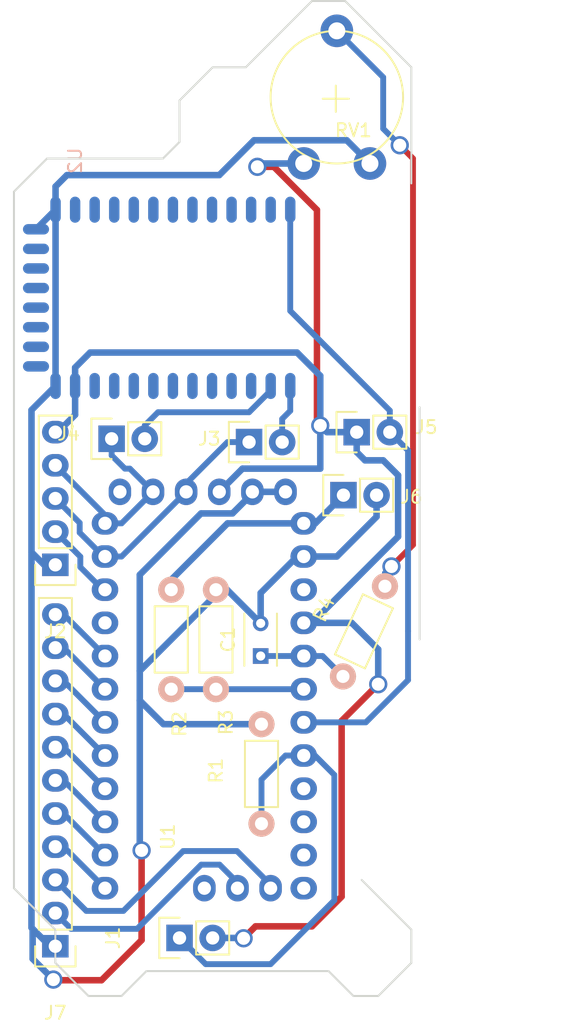
<source format=kicad_pcb>
(kicad_pcb (version 4) (host pcbnew 4.0.5)

  (general
    (links 47)
    (no_connects 0)
    (area 142.799999 83.236999 174.065001 159.587001)
    (thickness 1.6)
    (drawings 47)
    (tracks 181)
    (zones 0)
    (modules 15)
    (nets 24)
  )

  (page A4)
  (layers
    (0 F.Cu signal)
    (31 B.Cu signal)
    (32 B.Adhes user)
    (33 F.Adhes user)
    (34 B.Paste user)
    (35 F.Paste user)
    (36 B.SilkS user)
    (37 F.SilkS user)
    (38 B.Mask user)
    (39 F.Mask user)
    (40 Dwgs.User user hide)
    (41 Cmts.User user)
    (42 Eco1.User user)
    (43 Eco2.User user hide)
    (44 Edge.Cuts user)
    (45 Margin user)
    (46 B.CrtYd user)
    (47 F.CrtYd user)
    (48 B.Fab user)
    (49 F.Fab user)
  )

  (setup
    (last_trace_width 0.45)
    (trace_clearance 0.2)
    (zone_clearance 0.5)
    (zone_45_only no)
    (trace_min 0.2)
    (segment_width 0.2)
    (edge_width 0.15)
    (via_size 1.4)
    (via_drill 1)
    (via_min_size 0.4)
    (via_min_drill 0.3)
    (uvia_size 1.2)
    (uvia_drill 1)
    (uvias_allowed no)
    (uvia_min_size 0.8)
    (uvia_min_drill 0.1)
    (pcb_text_width 0.3)
    (pcb_text_size 1.5 1.5)
    (mod_edge_width 0.15)
    (mod_text_size 1 1)
    (mod_text_width 0.15)
    (pad_size 4.064 4.064)
    (pad_drill 3.2)
    (pad_to_mask_clearance 0.2)
    (aux_axis_origin 143.51 159.512)
    (grid_origin 143.51 159.512)
    (visible_elements FFFFFF7F)
    (pcbplotparams
      (layerselection 0x01000_00000000)
      (usegerberextensions false)
      (excludeedgelayer true)
      (linewidth 0.100000)
      (plotframeref false)
      (viasonmask false)
      (mode 1)
      (useauxorigin true)
      (hpglpennumber 1)
      (hpglpenspeed 20)
      (hpglpendiameter 15)
      (hpglpenoverlay 2)
      (psnegative false)
      (psa4output false)
      (plotreference false)
      (plotvalue false)
      (plotinvisibletext false)
      (padsonsilk false)
      (subtractmaskfromsilk false)
      (outputformat 1)
      (mirror false)
      (drillshape 0)
      (scaleselection 1)
      (outputdirectory ""))
  )

  (net 0 "")
  (net 1 GNDREF)
  (net 2 +3V3)
  (net 3 TX_ARD)
  (net 4 RX_ARD)
  (net 5 +BATT)
  (net 6 BATT_SENS)
  (net 7 RST_ARD)
  (net 8 TX_BT)
  (net 9 RX_BT)
  (net 10 ACCEL_POT)
  (net 11 AT_MODE)
  (net 12 PRESENCE_SENSOR)
  (net 13 "Net-(R4-Pad2)")
  (net 14 SPLED_0)
  (net 15 SPLED_1)
  (net 16 SPLED_2)
  (net 17 SPLED_9)
  (net 18 SPLED_8)
  (net 19 SPLED_7)
  (net 20 SPLED_6)
  (net 21 SPLED_5)
  (net 22 SPLED_4)
  (net 23 SPLED_3)

  (net_class Default "Questo è il gruppo di collegamenti predefinito"
    (clearance 0.2)
    (trace_width 0.45)
    (via_dia 1.4)
    (via_drill 1)
    (uvia_dia 1.2)
    (uvia_drill 1)
    (add_net ACCEL_POT)
    (add_net AT_MODE)
    (add_net BATT_SENS)
    (add_net "Net-(R4-Pad2)")
    (add_net PRESENCE_SENSOR)
    (add_net RST_ARD)
    (add_net RX_ARD)
    (add_net RX_BT)
    (add_net SPLED_0)
    (add_net SPLED_1)
    (add_net SPLED_2)
    (add_net SPLED_3)
    (add_net SPLED_4)
    (add_net SPLED_5)
    (add_net SPLED_6)
    (add_net SPLED_7)
    (add_net SPLED_8)
    (add_net SPLED_9)
    (add_net TX_ARD)
    (add_net TX_BT)
  )

  (net_class POWER ""
    (clearance 0.2)
    (trace_width 0.5)
    (via_dia 1.4)
    (via_drill 1)
    (uvia_dia 1.2)
    (uvia_drill 1)
    (add_net +3V3)
    (add_net +BATT)
    (add_net GNDREF)
  )

  (module foots:Potenziometro_PIHER_10mm_diametro (layer F.Cu) (tedit 58D547A3) (tstamp 58D5485E)
    (at 165.1 95.758)
    (descr "Potentiometer, Trimmer, Piher, PT15, Type V12.5, horizontal, Rev A, 02 Aug 2010,")
    (tags "Potentiometer, Trimmer, Piher, PT15, Type V12.5, horizontal, Rev A, 02 Aug 2010,")
    (path /58C7E3E4)
    (fp_text reference RV1 (at 3.81 -2.54) (layer F.SilkS)
      (effects (font (size 1 1) (thickness 0.15)))
    )
    (fp_text value POT (at 4.064 -4.064) (layer F.Fab)
      (effects (font (size 1 1) (thickness 0.15)))
    )
    (fp_circle (center 2.54 -5.08) (end 7.62 -5.08) (layer F.SilkS) (width 0.15))
    (fp_line (start 2.46126 -5.96138) (end 2.46126 -3.95986) (layer F.SilkS) (width 0.15))
    (fp_line (start 1.4605 -4.96062) (end 3.46202 -4.96062) (layer F.SilkS) (width 0.15))
    (pad 2 thru_hole circle (at 2.54 -10.16) (size 2.49936 2.49936) (drill 1.30048) (layers *.Cu *.Mask)
      (net 13 "Net-(R4-Pad2)"))
    (pad 3 thru_hole circle (at 5.08 0) (size 2.49936 2.49936) (drill 1.30048) (layers *.Cu *.Mask)
      (net 1 GNDREF))
    (pad 1 thru_hole circle (at 0 0) (size 2.49936 2.49936) (drill 1.30048) (layers *.Cu *.Mask)
      (net 2 +3V3))
  )

  (module foots:HC-05 (layer B.Cu) (tedit 58D781C3) (tstamp 58E790F1)
    (at 155.067 106.045 90)
    (descr "Class 2 Bluetooth Module with on-board antenna")
    (tags "Bluetooth Module")
    (path /58BE9179)
    (attr smd)
    (fp_text reference U2 (at 10.5 -7.5 90) (layer B.SilkS)
      (effects (font (size 1 1) (thickness 0.15)) (justify mirror))
    )
    (fp_text value ITEAD_HC-05 (at 3.302 0 180) (layer B.Fab)
      (effects (font (size 1 1) (thickness 0.15)) (justify mirror))
    )
    (fp_line (start -8.25 -12) (end 8.25 -12) (layer B.CrtYd) (width 0.15))
    (fp_line (start 8.25 -12) (end 8.25 15) (layer B.CrtYd) (width 0.15))
    (fp_line (start 8.25 15) (end -8.25 15) (layer B.CrtYd) (width 0.15))
    (fp_line (start -8.25 15) (end -8.25 -12) (layer B.CrtYd) (width 0.15))
    (fp_text user "Antenna Area" (at 0 12.75 90) (layer Cmts.User)
      (effects (font (size 1 1) (thickness 0.15)))
    )
    (pad 26 smd oval (at 6.75 -3 90) (size 2 0.8) (layers B.Cu B.Paste B.Mask))
    (pad 27 smd oval (at 6.75 -1.5 90) (size 2 0.8) (layers B.Cu B.Paste B.Mask))
    (pad 28 smd oval (at 6.75 0 90) (size 2 0.8) (layers B.Cu B.Paste B.Mask))
    (pad 29 smd oval (at 6.75 1.5 90) (size 2 0.8) (layers B.Cu B.Paste B.Mask))
    (pad 30 smd oval (at 6.75 3 90) (size 2 0.8) (layers B.Cu B.Paste B.Mask))
    (pad 31 smd oval (at 6.75 4.5 90) (size 2 0.8) (layers B.Cu B.Paste B.Mask))
    (pad 32 smd oval (at 6.75 6 90) (size 2 0.8) (layers B.Cu B.Paste B.Mask))
    (pad 33 smd oval (at 6.75 7.5 90) (size 2 0.8) (layers B.Cu B.Paste B.Mask))
    (pad 34 smd oval (at 6.75 9 90) (size 2 0.8) (layers B.Cu B.Paste B.Mask)
      (net 11 AT_MODE))
    (pad 25 smd oval (at 6.75 -4.5 90) (size 2 0.8) (layers B.Cu B.Paste B.Mask))
    (pad 1 smd oval (at -6.75 9 90) (size 2 0.8) (layers B.Cu B.Paste B.Mask)
      (net 8 TX_BT))
    (pad 2 smd oval (at -6.75 7.5 90) (size 2 0.8) (layers B.Cu B.Paste B.Mask)
      (net 9 RX_BT))
    (pad 3 smd oval (at -6.75 6 90) (size 2 0.8) (layers B.Cu B.Paste B.Mask))
    (pad 4 smd oval (at -6.75 4.5 90) (size 2 0.8) (layers B.Cu B.Paste B.Mask))
    (pad 5 smd oval (at -6.75 3 90) (size 2 0.8) (layers B.Cu B.Paste B.Mask))
    (pad 6 smd oval (at -6.75 1.5 90) (size 2 0.8) (layers B.Cu B.Paste B.Mask))
    (pad 7 smd oval (at -6.75 0 90) (size 2 0.8) (layers B.Cu B.Paste B.Mask))
    (pad 8 smd oval (at -6.75 -1.5 90) (size 2 0.8) (layers B.Cu B.Paste B.Mask))
    (pad 9 smd oval (at -6.75 -3 90) (size 2 0.8) (layers B.Cu B.Paste B.Mask))
    (pad 10 smd oval (at -6.75 -4.5 90) (size 2 0.8) (layers B.Cu B.Paste B.Mask))
    (pad 11 smd oval (at -6.75 -6 90) (size 2 0.8) (layers B.Cu B.Paste B.Mask))
    (pad 12 smd oval (at -6.75 -7.5 90) (size 2 0.8) (layers B.Cu B.Paste B.Mask)
      (net 2 +3V3))
    (pad 13 smd oval (at -6.75 -9 90) (size 2 0.8) (layers B.Cu B.Paste B.Mask)
      (net 1 GNDREF))
    (pad 14 smd oval (at -5.25 -10.5) (size 2 0.8) (layers B.Cu B.Paste B.Mask))
    (pad 15 smd oval (at -3.75 -10.5 180) (size 2 0.8) (layers B.Cu B.Paste B.Mask))
    (pad 16 smd oval (at -2.25 -10.5 180) (size 2 0.8) (layers B.Cu B.Paste B.Mask))
    (pad 17 smd oval (at -0.75 -10.5 180) (size 2 0.8) (layers B.Cu B.Paste B.Mask))
    (pad 18 smd oval (at 0.75 -10.5 180) (size 2 0.8) (layers B.Cu B.Paste B.Mask))
    (pad 19 smd oval (at 2.25 -10.5 180) (size 2 0.8) (layers B.Cu B.Paste B.Mask))
    (pad 20 smd oval (at 3.75 -10.5 180) (size 2 0.8) (layers B.Cu B.Paste B.Mask))
    (pad 21 smd oval (at 5.25 -10.5 180) (size 2 0.8) (layers B.Cu B.Paste B.Mask)
      (net 1 GNDREF))
    (pad 22 smd oval (at 6.75 -9 90) (size 2 0.8) (layers B.Cu B.Paste B.Mask)
      (net 1 GNDREF))
    (pad 23 smd oval (at 6.75 -7.5 90) (size 2 0.8) (layers B.Cu B.Paste B.Mask))
    (pad 24 smd oval (at 6.75 -6 90) (size 2 0.8) (layers B.Cu B.Paste B.Mask))
  )

  (module Resistors_THT:Resistor_Horizontal_RM7mm (layer F.Cu) (tedit 58E0C660) (tstamp 58D54846)
    (at 154.94 128.397 270)
    (descr "Resistor, Axial,  RM 7.62mm, 1/3W,")
    (tags "Resistor Axial RM 7.62mm 1/3W R3")
    (path /58D53574)
    (fp_text reference R2 (at 10.287 -0.635 270) (layer F.SilkS)
      (effects (font (size 1 1) (thickness 0.15)))
    )
    (fp_text value 2k7 (at 10.541 0.889 270) (layer F.Fab)
      (effects (font (size 1 1) (thickness 0.15)))
    )
    (fp_line (start -1.25 -1.5) (end 8.85 -1.5) (layer F.CrtYd) (width 0.05))
    (fp_line (start -1.25 1.5) (end -1.25 -1.5) (layer F.CrtYd) (width 0.05))
    (fp_line (start 8.85 -1.5) (end 8.85 1.5) (layer F.CrtYd) (width 0.05))
    (fp_line (start -1.25 1.5) (end 8.85 1.5) (layer F.CrtYd) (width 0.05))
    (fp_line (start 1.27 -1.27) (end 6.35 -1.27) (layer F.SilkS) (width 0.15))
    (fp_line (start 6.35 -1.27) (end 6.35 1.27) (layer F.SilkS) (width 0.15))
    (fp_line (start 6.35 1.27) (end 1.27 1.27) (layer F.SilkS) (width 0.15))
    (fp_line (start 1.27 1.27) (end 1.27 -1.27) (layer F.SilkS) (width 0.15))
    (pad 1 thru_hole circle (at 0 0 270) (size 1.99898 1.99898) (drill 1.00076) (layers *.Cu *.SilkS *.Mask)
      (net 5 +BATT))
    (pad 2 thru_hole circle (at 7.62 0 270) (size 1.99898 1.99898) (drill 1.00076) (layers *.Cu *.SilkS *.Mask)
      (net 6 BATT_SENS))
  )

  (module Resistors_THT:Resistor_Horizontal_RM7mm (layer F.Cu) (tedit 58E0C669) (tstamp 58D54854)
    (at 158.369 136.017 90)
    (descr "Resistor, Axial,  RM 7.62mm, 1/3W,")
    (tags "Resistor Axial RM 7.62mm 1/3W R3")
    (path /58D535C0)
    (fp_text reference R3 (at -2.54 0.762 90) (layer F.SilkS)
      (effects (font (size 1 1) (thickness 0.15)))
    )
    (fp_text value 1k (at -2.413 -0.889 90) (layer F.Fab)
      (effects (font (size 1 1) (thickness 0.15)))
    )
    (fp_line (start -1.25 -1.5) (end 8.85 -1.5) (layer F.CrtYd) (width 0.05))
    (fp_line (start -1.25 1.5) (end -1.25 -1.5) (layer F.CrtYd) (width 0.05))
    (fp_line (start 8.85 -1.5) (end 8.85 1.5) (layer F.CrtYd) (width 0.05))
    (fp_line (start -1.25 1.5) (end 8.85 1.5) (layer F.CrtYd) (width 0.05))
    (fp_line (start 1.27 -1.27) (end 6.35 -1.27) (layer F.SilkS) (width 0.15))
    (fp_line (start 6.35 -1.27) (end 6.35 1.27) (layer F.SilkS) (width 0.15))
    (fp_line (start 6.35 1.27) (end 1.27 1.27) (layer F.SilkS) (width 0.15))
    (fp_line (start 1.27 1.27) (end 1.27 -1.27) (layer F.SilkS) (width 0.15))
    (pad 1 thru_hole circle (at 0 0 90) (size 1.99898 1.99898) (drill 1.00076) (layers *.Cu *.SilkS *.Mask)
      (net 6 BATT_SENS))
    (pad 2 thru_hole circle (at 7.62 0 90) (size 1.99898 1.99898) (drill 1.00076) (layers *.Cu *.SilkS *.Mask))
  )

  (module foots:Arduino_PRO_MINI (layer F.Cu) (tedit 58E0C671) (tstamp 58D54883)
    (at 157.48 120.777)
    (descr "Through hole pin header")
    (tags "pin header")
    (path /58BE9155)
    (fp_text reference U1 (at -2.794 26.543 90) (layer F.SilkS)
      (effects (font (size 1 1) (thickness 0.15)))
    )
    (fp_text value ARDUINO_PRO_MINI (at -4.318 20.32 90) (layer F.Fab)
      (effects (font (size 1 1) (thickness 0.15)))
    )
    (pad 33 thru_hole oval (at -6.477 0.127 90) (size 2.032 1.7272) (drill 1.016) (layers *.Cu *.Mask))
    (pad 32 thru_hole oval (at -3.937 0.127 90) (size 2.032 1.7272) (drill 1.016) (layers *.Cu *.Mask)
      (net 3 TX_ARD))
    (pad 31 thru_hole oval (at -1.397 0.127 90) (size 2.032 1.7272) (drill 1.016) (layers *.Cu *.Mask)
      (net 4 RX_ARD))
    (pad 30 thru_hole oval (at 1.143 0.127 90) (size 2.032 1.7272) (drill 1.016) (layers *.Cu *.Mask)
      (net 2 +3V3))
    (pad 29 thru_hole oval (at 3.683 0.127 90) (size 2.032 1.7272) (drill 1.016) (layers *.Cu *.Mask)
      (net 1 GNDREF))
    (pad 28 thru_hole oval (at 6.223 0.127 90) (size 2.032 1.7272) (drill 1.016) (layers *.Cu *.Mask)
      (net 1 GNDREF))
    (pad 15 thru_hole oval (at 5.08 30.48 90) (size 2.032 1.7272) (drill 1.016) (layers *.Cu *.Mask)
      (net 15 SPLED_1))
    (pad 14 thru_hole oval (at 2.54 30.48 90) (size 2.032 1.7272) (drill 1.016) (layers *.Cu *.Mask)
      (net 14 SPLED_0))
    (pad 13 thru_hole oval (at 0 30.48 90) (size 2.032 1.7272) (drill 1.016) (layers *.Cu *.Mask))
    (pad 16 thru_hole oval (at 7.62 30.48) (size 2.032 1.7272) (drill 1.016) (layers *.Cu *.Mask))
    (pad 17 thru_hole oval (at 7.62 27.94) (size 2.032 1.7272) (drill 1.016) (layers *.Cu *.Mask))
    (pad 18 thru_hole oval (at 7.62 25.4) (size 2.032 1.7272) (drill 1.016) (layers *.Cu *.Mask))
    (pad 19 thru_hole oval (at 7.62 22.86) (size 2.032 1.7272) (drill 1.016) (layers *.Cu *.Mask))
    (pad 20 thru_hole oval (at 7.62 20.32) (size 2.032 1.7272) (drill 1.016) (layers *.Cu *.Mask)
      (net 12 PRESENCE_SENSOR))
    (pad 21 thru_hole oval (at 7.62 17.78) (size 2.032 1.7272) (drill 1.016) (layers *.Cu *.Mask)
      (net 11 AT_MODE))
    (pad 22 thru_hole oval (at 7.62 15.24) (size 2.032 1.7272) (drill 1.016) (layers *.Cu *.Mask)
      (net 6 BATT_SENS))
    (pad 23 thru_hole oval (at 7.62 12.7) (size 2.032 1.7272) (drill 1.016) (layers *.Cu *.Mask)
      (net 10 ACCEL_POT))
    (pad 24 thru_hole oval (at 7.62 10.16) (size 2.032 1.7272) (drill 1.016) (layers *.Cu *.Mask)
      (net 2 +3V3))
    (pad 25 thru_hole oval (at 7.62 7.62) (size 2.032 1.7272) (drill 1.016) (layers *.Cu *.Mask))
    (pad 26 thru_hole oval (at 7.62 5.08) (size 2.032 1.7272) (drill 1.016) (layers *.Cu *.Mask)
      (net 1 GNDREF))
    (pad 27 thru_hole oval (at 7.62 2.54) (size 2.032 1.7272) (drill 1.016) (layers *.Cu *.Mask)
      (net 5 +BATT))
    (pad 1 thru_hole oval (at -7.62 2.54) (size 2.032 1.7272) (drill 1.016) (layers *.Cu *.Mask)
      (net 3 TX_ARD))
    (pad 2 thru_hole oval (at -7.62 5.08) (size 2.032 1.7272) (drill 1.016) (layers *.Cu *.Mask)
      (net 4 RX_ARD))
    (pad 3 thru_hole oval (at -7.62 7.62) (size 2.032 1.7272) (drill 1.016) (layers *.Cu *.Mask)
      (net 7 RST_ARD))
    (pad 4 thru_hole oval (at -7.62 10.16) (size 2.032 1.7272) (drill 1.016) (layers *.Cu *.Mask))
    (pad 5 thru_hole oval (at -7.62 12.7) (size 2.032 1.7272) (drill 1.016) (layers *.Cu *.Mask)
      (net 17 SPLED_9))
    (pad 6 thru_hole oval (at -7.62 15.24) (size 2.032 1.7272) (drill 1.016) (layers *.Cu *.Mask)
      (net 18 SPLED_8))
    (pad 7 thru_hole oval (at -7.62 17.78) (size 2.032 1.7272) (drill 1.016) (layers *.Cu *.Mask)
      (net 19 SPLED_7))
    (pad 8 thru_hole oval (at -7.62 20.32) (size 2.032 1.7272) (drill 1.016) (layers *.Cu *.Mask)
      (net 20 SPLED_6))
    (pad 9 thru_hole oval (at -7.62 22.86) (size 2.032 1.7272) (drill 1.016) (layers *.Cu *.Mask)
      (net 21 SPLED_5))
    (pad 10 thru_hole oval (at -7.62 25.4) (size 2.032 1.7272) (drill 1.016) (layers *.Cu *.Mask)
      (net 22 SPLED_4))
    (pad 11 thru_hole oval (at -7.62 27.94) (size 2.032 1.7272) (drill 1.016) (layers *.Cu *.Mask)
      (net 23 SPLED_3))
    (pad 12 thru_hole oval (at -7.62 30.48) (size 2.032 1.7272) (drill 1.016) (layers *.Cu *.Mask)
      (net 16 SPLED_2))
    (model Pin_Headers.3dshapes/Pin_Header_Angled_1x12.wrl
      (at (xyz 0 -0.55 0))
      (scale (xyz 1 1 1))
      (rotate (xyz 0 0 90))
    )
  )

  (module Pin_Headers:Pin_Header_Straight_1x02 (layer F.Cu) (tedit 58D83080) (tstamp 58D547E4)
    (at 150.368 116.84 90)
    (descr "Through hole pin header")
    (tags "pin header")
    (path /58C7DDF9)
    (fp_text reference J4 (at 0.381 -3.302 180) (layer F.SilkS)
      (effects (font (size 1 1) (thickness 0.15)))
    )
    (fp_text value TX_JMP (at -1.016 -4.572 180) (layer F.Fab)
      (effects (font (size 1 1) (thickness 0.15)))
    )
    (fp_line (start 1.27 1.27) (end 1.27 3.81) (layer F.SilkS) (width 0.15))
    (fp_line (start 1.55 -1.55) (end 1.55 0) (layer F.SilkS) (width 0.15))
    (fp_line (start -1.75 -1.75) (end -1.75 4.3) (layer F.CrtYd) (width 0.05))
    (fp_line (start 1.75 -1.75) (end 1.75 4.3) (layer F.CrtYd) (width 0.05))
    (fp_line (start -1.75 -1.75) (end 1.75 -1.75) (layer F.CrtYd) (width 0.05))
    (fp_line (start -1.75 4.3) (end 1.75 4.3) (layer F.CrtYd) (width 0.05))
    (fp_line (start 1.27 1.27) (end -1.27 1.27) (layer F.SilkS) (width 0.15))
    (fp_line (start -1.55 0) (end -1.55 -1.55) (layer F.SilkS) (width 0.15))
    (fp_line (start -1.55 -1.55) (end 1.55 -1.55) (layer F.SilkS) (width 0.15))
    (fp_line (start -1.27 1.27) (end -1.27 3.81) (layer F.SilkS) (width 0.15))
    (fp_line (start -1.27 3.81) (end 1.27 3.81) (layer F.SilkS) (width 0.15))
    (pad 1 thru_hole rect (at 0 0 90) (size 2.032 2.032) (drill 1.016) (layers *.Cu *.Mask)
      (net 3 TX_ARD))
    (pad 2 thru_hole oval (at 0 2.54 90) (size 2.032 2.032) (drill 1.016) (layers *.Cu *.Mask)
      (net 9 RX_BT))
    (model Pin_Headers.3dshapes/Pin_Header_Straight_1x02.wrl
      (at (xyz 0 -0.05 0))
      (scale (xyz 1 1 1))
      (rotate (xyz 0 0 90))
    )
  )

  (module Pin_Headers:Pin_Header_Straight_1x02 (layer F.Cu) (tedit 58D83094) (tstamp 58D547C1)
    (at 160.909 117.094 90)
    (descr "Through hole pin header")
    (tags "pin header")
    (path /58C7DD3F)
    (fp_text reference J3 (at 0.254 -3.048 180) (layer F.SilkS)
      (effects (font (size 1 1) (thickness 0.15)))
    )
    (fp_text value RX_JMP (at -1.016 -4.699 180) (layer F.Fab)
      (effects (font (size 1 1) (thickness 0.15)))
    )
    (fp_line (start 1.27 1.27) (end 1.27 3.81) (layer F.SilkS) (width 0.15))
    (fp_line (start 1.55 -1.55) (end 1.55 0) (layer F.SilkS) (width 0.15))
    (fp_line (start -1.75 -1.75) (end -1.75 4.3) (layer F.CrtYd) (width 0.05))
    (fp_line (start 1.75 -1.75) (end 1.75 4.3) (layer F.CrtYd) (width 0.05))
    (fp_line (start -1.75 -1.75) (end 1.75 -1.75) (layer F.CrtYd) (width 0.05))
    (fp_line (start -1.75 4.3) (end 1.75 4.3) (layer F.CrtYd) (width 0.05))
    (fp_line (start 1.27 1.27) (end -1.27 1.27) (layer F.SilkS) (width 0.15))
    (fp_line (start -1.55 0) (end -1.55 -1.55) (layer F.SilkS) (width 0.15))
    (fp_line (start -1.55 -1.55) (end 1.55 -1.55) (layer F.SilkS) (width 0.15))
    (fp_line (start -1.27 1.27) (end -1.27 3.81) (layer F.SilkS) (width 0.15))
    (fp_line (start -1.27 3.81) (end 1.27 3.81) (layer F.SilkS) (width 0.15))
    (pad 1 thru_hole rect (at 0 0 90) (size 2.032 2.032) (drill 1.016) (layers *.Cu *.Mask)
      (net 4 RX_ARD))
    (pad 2 thru_hole oval (at 0 2.54 90) (size 2.032 2.032) (drill 1.016) (layers *.Cu *.Mask)
      (net 8 TX_BT))
    (model Pin_Headers.3dshapes/Pin_Header_Straight_1x02.wrl
      (at (xyz 0 -0.05 0))
      (scale (xyz 1 1 1))
      (rotate (xyz 0 0 90))
    )
  )

  (module Pin_Headers:Pin_Header_Straight_1x02 (layer F.Cu) (tedit 58E0D3BA) (tstamp 58E2881A)
    (at 155.575 155.067 90)
    (descr "Through hole pin header")
    (tags "pin header")
    (path /58C7EEA4)
    (fp_text reference J1 (at 0 -5.1 90) (layer F.SilkS)
      (effects (font (size 1 1) (thickness 0.15)))
    )
    (fp_text value PRESENCE_SENS (at -3.175 1.905 360) (layer F.Fab)
      (effects (font (size 1 1) (thickness 0.15)))
    )
    (fp_line (start 1.27 1.27) (end 1.27 3.81) (layer F.SilkS) (width 0.15))
    (fp_line (start 1.55 -1.55) (end 1.55 0) (layer F.SilkS) (width 0.15))
    (fp_line (start -1.75 -1.75) (end -1.75 4.3) (layer F.CrtYd) (width 0.05))
    (fp_line (start 1.75 -1.75) (end 1.75 4.3) (layer F.CrtYd) (width 0.05))
    (fp_line (start -1.75 -1.75) (end 1.75 -1.75) (layer F.CrtYd) (width 0.05))
    (fp_line (start -1.75 4.3) (end 1.75 4.3) (layer F.CrtYd) (width 0.05))
    (fp_line (start 1.27 1.27) (end -1.27 1.27) (layer F.SilkS) (width 0.15))
    (fp_line (start -1.55 0) (end -1.55 -1.55) (layer F.SilkS) (width 0.15))
    (fp_line (start -1.55 -1.55) (end 1.55 -1.55) (layer F.SilkS) (width 0.15))
    (fp_line (start -1.27 1.27) (end -1.27 3.81) (layer F.SilkS) (width 0.15))
    (fp_line (start -1.27 3.81) (end 1.27 3.81) (layer F.SilkS) (width 0.15))
    (pad 1 thru_hole rect (at 0 0 90) (size 2.032 2.032) (drill 1.016) (layers *.Cu *.Mask)
      (net 12 PRESENCE_SENSOR))
    (pad 2 thru_hole oval (at 0 2.54 90) (size 2.032 2.032) (drill 1.016) (layers *.Cu *.Mask)
      (net 2 +3V3))
    (model Pin_Headers.3dshapes/Pin_Header_Straight_1x02.wrl
      (at (xyz 0 -0.05 0))
      (scale (xyz 1 1 1))
      (rotate (xyz 0 0 90))
    )
  )

  (module Pin_Headers:Pin_Header_Straight_1x05 (layer F.Cu) (tedit 58D82F8D) (tstamp 58E2882A)
    (at 146.05 126.492 180)
    (descr "Through hole pin header")
    (tags "pin header")
    (path /58C7E0D6)
    (fp_text reference J2 (at 0 -5.1 180) (layer F.SilkS)
      (effects (font (size 1 1) (thickness 0.15)))
    )
    (fp_text value PROG_CONN (at 2.54 5.969 270) (layer F.Fab)
      (effects (font (size 1 1) (thickness 0.15)))
    )
    (fp_line (start -1.55 0) (end -1.55 -1.55) (layer F.SilkS) (width 0.15))
    (fp_line (start -1.55 -1.55) (end 1.55 -1.55) (layer F.SilkS) (width 0.15))
    (fp_line (start 1.55 -1.55) (end 1.55 0) (layer F.SilkS) (width 0.15))
    (fp_line (start -1.75 -1.75) (end -1.75 11.95) (layer F.CrtYd) (width 0.05))
    (fp_line (start 1.75 -1.75) (end 1.75 11.95) (layer F.CrtYd) (width 0.05))
    (fp_line (start -1.75 -1.75) (end 1.75 -1.75) (layer F.CrtYd) (width 0.05))
    (fp_line (start -1.75 11.95) (end 1.75 11.95) (layer F.CrtYd) (width 0.05))
    (fp_line (start 1.27 1.27) (end 1.27 11.43) (layer F.SilkS) (width 0.15))
    (fp_line (start 1.27 11.43) (end -1.27 11.43) (layer F.SilkS) (width 0.15))
    (fp_line (start -1.27 11.43) (end -1.27 1.27) (layer F.SilkS) (width 0.15))
    (fp_line (start 1.27 1.27) (end -1.27 1.27) (layer F.SilkS) (width 0.15))
    (pad 1 thru_hole rect (at 0 0 180) (size 2.032 1.7272) (drill 1.016) (layers *.Cu *.Mask)
      (net 1 GNDREF))
    (pad 2 thru_hole oval (at 0 2.54 180) (size 2.032 1.7272) (drill 1.016) (layers *.Cu *.Mask)
      (net 7 RST_ARD))
    (pad 3 thru_hole oval (at 0 5.08 180) (size 2.032 1.7272) (drill 1.016) (layers *.Cu *.Mask)
      (net 4 RX_ARD))
    (pad 4 thru_hole oval (at 0 7.62 180) (size 2.032 1.7272) (drill 1.016) (layers *.Cu *.Mask)
      (net 3 TX_ARD))
    (pad 5 thru_hole oval (at 0 10.16 180) (size 2.032 1.7272) (drill 1.016) (layers *.Cu *.Mask)
      (net 2 +3V3))
    (model Pin_Headers.3dshapes/Pin_Header_Straight_1x05.wrl
      (at (xyz 0 -0.2 0))
      (scale (xyz 1 1 1))
      (rotate (xyz 0 0 90))
    )
  )

  (module Pin_Headers:Pin_Header_Straight_1x02 (layer F.Cu) (tedit 58E0C7E1) (tstamp 58E2883D)
    (at 169.164 116.332 90)
    (descr "Through hole pin header")
    (tags "pin header")
    (path /58D527F7)
    (fp_text reference J5 (at 0.381 5.334 180) (layer F.SilkS)
      (effects (font (size 1 1) (thickness 0.15)))
    )
    (fp_text value AT_MODE_JUMP (at -1.143 10.033 180) (layer F.Fab)
      (effects (font (size 1 1) (thickness 0.15)))
    )
    (fp_line (start 1.27 1.27) (end 1.27 3.81) (layer F.SilkS) (width 0.15))
    (fp_line (start 1.55 -1.55) (end 1.55 0) (layer F.SilkS) (width 0.15))
    (fp_line (start -1.75 -1.75) (end -1.75 4.3) (layer F.CrtYd) (width 0.05))
    (fp_line (start 1.75 -1.75) (end 1.75 4.3) (layer F.CrtYd) (width 0.05))
    (fp_line (start -1.75 -1.75) (end 1.75 -1.75) (layer F.CrtYd) (width 0.05))
    (fp_line (start -1.75 4.3) (end 1.75 4.3) (layer F.CrtYd) (width 0.05))
    (fp_line (start 1.27 1.27) (end -1.27 1.27) (layer F.SilkS) (width 0.15))
    (fp_line (start -1.55 0) (end -1.55 -1.55) (layer F.SilkS) (width 0.15))
    (fp_line (start -1.55 -1.55) (end 1.55 -1.55) (layer F.SilkS) (width 0.15))
    (fp_line (start -1.27 1.27) (end -1.27 3.81) (layer F.SilkS) (width 0.15))
    (fp_line (start -1.27 3.81) (end 1.27 3.81) (layer F.SilkS) (width 0.15))
    (pad 1 thru_hole rect (at 0 0 90) (size 2.032 2.032) (drill 1.016) (layers *.Cu *.Mask)
      (net 2 +3V3))
    (pad 2 thru_hole oval (at 0 2.54 90) (size 2.032 2.032) (drill 1.016) (layers *.Cu *.Mask)
      (net 11 AT_MODE))
    (model Pin_Headers.3dshapes/Pin_Header_Straight_1x02.wrl
      (at (xyz 0 -0.05 0))
      (scale (xyz 1 1 1))
      (rotate (xyz 0 0 90))
    )
  )

  (module Pin_Headers:Pin_Header_Straight_1x02 (layer F.Cu) (tedit 58E0C7D6) (tstamp 58E2884D)
    (at 168.148 121.158 90)
    (descr "Through hole pin header")
    (tags "pin header")
    (path /58D52C85)
    (fp_text reference J6 (at -0.127 5.207 180) (layer F.SilkS)
      (effects (font (size 1 1) (thickness 0.15)))
    )
    (fp_text value BATT_CONN (at -1.27 8.382 180) (layer F.Fab)
      (effects (font (size 1 1) (thickness 0.15)))
    )
    (fp_line (start 1.27 1.27) (end 1.27 3.81) (layer F.SilkS) (width 0.15))
    (fp_line (start 1.55 -1.55) (end 1.55 0) (layer F.SilkS) (width 0.15))
    (fp_line (start -1.75 -1.75) (end -1.75 4.3) (layer F.CrtYd) (width 0.05))
    (fp_line (start 1.75 -1.75) (end 1.75 4.3) (layer F.CrtYd) (width 0.05))
    (fp_line (start -1.75 -1.75) (end 1.75 -1.75) (layer F.CrtYd) (width 0.05))
    (fp_line (start -1.75 4.3) (end 1.75 4.3) (layer F.CrtYd) (width 0.05))
    (fp_line (start 1.27 1.27) (end -1.27 1.27) (layer F.SilkS) (width 0.15))
    (fp_line (start -1.55 0) (end -1.55 -1.55) (layer F.SilkS) (width 0.15))
    (fp_line (start -1.55 -1.55) (end 1.55 -1.55) (layer F.SilkS) (width 0.15))
    (fp_line (start -1.27 1.27) (end -1.27 3.81) (layer F.SilkS) (width 0.15))
    (fp_line (start -1.27 3.81) (end 1.27 3.81) (layer F.SilkS) (width 0.15))
    (pad 1 thru_hole rect (at 0 0 90) (size 2.032 2.032) (drill 1.016) (layers *.Cu *.Mask)
      (net 5 +BATT))
    (pad 2 thru_hole oval (at 0 2.54 90) (size 2.032 2.032) (drill 1.016) (layers *.Cu *.Mask)
      (net 1 GNDREF))
    (model Pin_Headers.3dshapes/Pin_Header_Straight_1x02.wrl
      (at (xyz 0 -0.05 0))
      (scale (xyz 1 1 1))
      (rotate (xyz 0 0 90))
    )
  )

  (module Resistors_THT:Resistor_Horizontal_RM7mm (layer F.Cu) (tedit 569FCF07) (tstamp 58E43E7D)
    (at 161.8615 146.3167 90)
    (descr "Resistor, Axial,  RM 7.62mm, 1/3W,")
    (tags "Resistor Axial RM 7.62mm 1/3W R3")
    (path /58E0B656)
    (fp_text reference R1 (at 4.05892 -3.50012 90) (layer F.SilkS)
      (effects (font (size 1 1) (thickness 0.15)))
    )
    (fp_text value R (at 3.81 3.81 90) (layer F.Fab)
      (effects (font (size 1 1) (thickness 0.15)))
    )
    (fp_line (start -1.25 -1.5) (end 8.85 -1.5) (layer F.CrtYd) (width 0.05))
    (fp_line (start -1.25 1.5) (end -1.25 -1.5) (layer F.CrtYd) (width 0.05))
    (fp_line (start 8.85 -1.5) (end 8.85 1.5) (layer F.CrtYd) (width 0.05))
    (fp_line (start -1.25 1.5) (end 8.85 1.5) (layer F.CrtYd) (width 0.05))
    (fp_line (start 1.27 -1.27) (end 6.35 -1.27) (layer F.SilkS) (width 0.15))
    (fp_line (start 6.35 -1.27) (end 6.35 1.27) (layer F.SilkS) (width 0.15))
    (fp_line (start 6.35 1.27) (end 1.27 1.27) (layer F.SilkS) (width 0.15))
    (fp_line (start 1.27 1.27) (end 1.27 -1.27) (layer F.SilkS) (width 0.15))
    (pad 1 thru_hole circle (at 0 0 90) (size 1.99898 1.99898) (drill 1.00076) (layers *.Cu *.SilkS *.Mask)
      (net 12 PRESENCE_SENSOR))
    (pad 2 thru_hole circle (at 7.62 0 90) (size 1.99898 1.99898) (drill 1.00076) (layers *.Cu *.SilkS *.Mask)
      (net 1 GNDREF))
  )

  (module Capacitors_THT:C_Rect_L4_W2.5_P2.5 (layer F.Cu) (tedit 0) (tstamp 58E3A9D3)
    (at 161.798 133.477 90)
    (descr "Film Capacitor Length 4mm x Width 2.5mm, Pitch 2.5mm")
    (tags Capacitor)
    (path /58E3A081)
    (fp_text reference C1 (at 1.25 -2.5 90) (layer F.SilkS)
      (effects (font (size 1 1) (thickness 0.15)))
    )
    (fp_text value 1uF (at 1.25 2.5 90) (layer F.Fab)
      (effects (font (size 1 1) (thickness 0.15)))
    )
    (fp_line (start -1 -1.5) (end 3.5 -1.5) (layer F.CrtYd) (width 0.05))
    (fp_line (start 3.5 -1.5) (end 3.5 1.5) (layer F.CrtYd) (width 0.05))
    (fp_line (start 3.5 1.5) (end -1 1.5) (layer F.CrtYd) (width 0.05))
    (fp_line (start -1 1.5) (end -1 -1.5) (layer F.CrtYd) (width 0.05))
    (fp_line (start -0.75 -1.25) (end 3.25 -1.25) (layer F.SilkS) (width 0.15))
    (fp_line (start -0.75 1.25) (end 3.25 1.25) (layer F.SilkS) (width 0.15))
    (pad 1 thru_hole rect (at 0 0 90) (size 1.2 1.2) (drill 0.7) (layers *.Cu *.Mask)
      (net 10 ACCEL_POT))
    (pad 2 thru_hole circle (at 2.5 0 90) (size 1.2 1.2) (drill 0.7) (layers *.Cu *.Mask)
      (net 1 GNDREF))
  )

  (module Resistors_THT:Resistor_Horizontal_RM7mm (layer F.Cu) (tedit 569FCF07) (tstamp 58E3A9D9)
    (at 168.1099 135.0391 65)
    (descr "Resistor, Axial,  RM 7.62mm, 1/3W,")
    (tags "Resistor Axial RM 7.62mm 1/3W R3")
    (path /58E3A208)
    (fp_text reference R4 (at 4.05892 -3.50012 65) (layer F.SilkS)
      (effects (font (size 1 1) (thickness 0.15)))
    )
    (fp_text value 3k3 (at 3.81 3.81 65) (layer F.Fab)
      (effects (font (size 1 1) (thickness 0.15)))
    )
    (fp_line (start -1.25 -1.5) (end 8.85 -1.5) (layer F.CrtYd) (width 0.05))
    (fp_line (start -1.25 1.5) (end -1.25 -1.5) (layer F.CrtYd) (width 0.05))
    (fp_line (start 8.85 -1.5) (end 8.85 1.5) (layer F.CrtYd) (width 0.05))
    (fp_line (start -1.25 1.5) (end 8.85 1.5) (layer F.CrtYd) (width 0.05))
    (fp_line (start 1.27 -1.27) (end 6.35 -1.27) (layer F.SilkS) (width 0.15))
    (fp_line (start 6.35 -1.27) (end 6.35 1.27) (layer F.SilkS) (width 0.15))
    (fp_line (start 6.35 1.27) (end 1.27 1.27) (layer F.SilkS) (width 0.15))
    (fp_line (start 1.27 1.27) (end 1.27 -1.27) (layer F.SilkS) (width 0.15))
    (pad 1 thru_hole circle (at 0 0 65) (size 1.99898 1.99898) (drill 1.00076) (layers *.Cu *.SilkS *.Mask)
      (net 10 ACCEL_POT))
    (pad 2 thru_hole circle (at 7.62 0 65) (size 1.99898 1.99898) (drill 1.00076) (layers *.Cu *.SilkS *.Mask)
      (net 13 "Net-(R4-Pad2)"))
  )

  (module Pin_Headers:Pin_Header_Straight_1x11 (layer F.Cu) (tedit 0) (tstamp 58E4A6FC)
    (at 146.05 155.702 180)
    (descr "Through hole pin header")
    (tags "pin header")
    (path /58E4A4A4)
    (fp_text reference J7 (at 0 -5.1 180) (layer F.SilkS)
      (effects (font (size 1 1) (thickness 0.15)))
    )
    (fp_text value LED_SPEED (at 0 -3.1 180) (layer F.Fab)
      (effects (font (size 1 1) (thickness 0.15)))
    )
    (fp_line (start -1.75 -1.75) (end -1.75 27.15) (layer F.CrtYd) (width 0.05))
    (fp_line (start 1.75 -1.75) (end 1.75 27.15) (layer F.CrtYd) (width 0.05))
    (fp_line (start -1.75 -1.75) (end 1.75 -1.75) (layer F.CrtYd) (width 0.05))
    (fp_line (start -1.75 27.15) (end 1.75 27.15) (layer F.CrtYd) (width 0.05))
    (fp_line (start 1.27 1.27) (end 1.27 26.67) (layer F.SilkS) (width 0.15))
    (fp_line (start 1.27 26.67) (end -1.27 26.67) (layer F.SilkS) (width 0.15))
    (fp_line (start -1.27 26.67) (end -1.27 1.27) (layer F.SilkS) (width 0.15))
    (fp_line (start 1.55 -1.55) (end 1.55 0) (layer F.SilkS) (width 0.15))
    (fp_line (start 1.27 1.27) (end -1.27 1.27) (layer F.SilkS) (width 0.15))
    (fp_line (start -1.55 0) (end -1.55 -1.55) (layer F.SilkS) (width 0.15))
    (fp_line (start -1.55 -1.55) (end 1.55 -1.55) (layer F.SilkS) (width 0.15))
    (pad 1 thru_hole rect (at 0 0 180) (size 2.032 1.7272) (drill 1.016) (layers *.Cu *.Mask)
      (net 1 GNDREF))
    (pad 2 thru_hole oval (at 0 2.54 180) (size 2.032 1.7272) (drill 1.016) (layers *.Cu *.Mask)
      (net 14 SPLED_0))
    (pad 3 thru_hole oval (at 0 5.08 180) (size 2.032 1.7272) (drill 1.016) (layers *.Cu *.Mask)
      (net 15 SPLED_1))
    (pad 4 thru_hole oval (at 0 7.62 180) (size 2.032 1.7272) (drill 1.016) (layers *.Cu *.Mask)
      (net 16 SPLED_2))
    (pad 5 thru_hole oval (at 0 10.16 180) (size 2.032 1.7272) (drill 1.016) (layers *.Cu *.Mask)
      (net 23 SPLED_3))
    (pad 6 thru_hole oval (at 0 12.7 180) (size 2.032 1.7272) (drill 1.016) (layers *.Cu *.Mask)
      (net 22 SPLED_4))
    (pad 7 thru_hole oval (at 0 15.24 180) (size 2.032 1.7272) (drill 1.016) (layers *.Cu *.Mask)
      (net 21 SPLED_5))
    (pad 8 thru_hole oval (at 0 17.78 180) (size 2.032 1.7272) (drill 1.016) (layers *.Cu *.Mask)
      (net 20 SPLED_6))
    (pad 9 thru_hole oval (at 0 20.32 180) (size 2.032 1.7272) (drill 1.016) (layers *.Cu *.Mask)
      (net 19 SPLED_7))
    (pad 10 thru_hole oval (at 0 22.86 180) (size 2.032 1.7272) (drill 1.016) (layers *.Cu *.Mask)
      (net 18 SPLED_8))
    (pad 11 thru_hole oval (at 0 25.4 180) (size 2.032 1.7272) (drill 1.016) (layers *.Cu *.Mask)
      (net 17 SPLED_9))
    (model Pin_Headers.3dshapes/Pin_Header_Straight_1x11.wrl
      (at (xyz 0 -0.5 0))
      (scale (xyz 1 1 1))
      (rotate (xyz 0 0 90))
    )
  )

  (gr_line (start 142.875 151.257) (end 143.51 151.892) (angle 90) (layer Edge.Cuts) (width 0.15))
  (gr_line (start 142.875 97.917) (end 142.875 151.257) (angle 90) (layer Edge.Cuts) (width 0.15))
  (gr_line (start 145.415 95.377) (end 142.875 97.917) (angle 90) (layer Edge.Cuts) (width 0.15))
  (gr_line (start 154.305 95.377) (end 145.415 95.377) (angle 90) (layer Edge.Cuts) (width 0.15))
  (gr_line (start 155.575 94.107) (end 154.305 95.377) (angle 90) (layer Edge.Cuts) (width 0.15))
  (gr_line (start 155.575 90.932) (end 155.575 94.107) (angle 90) (layer Edge.Cuts) (width 0.15))
  (gr_line (start 158.115 88.392) (end 155.575 90.932) (angle 90) (layer Edge.Cuts) (width 0.15))
  (gr_line (start 160.655 88.392) (end 158.115 88.392) (angle 90) (layer Edge.Cuts) (width 0.15))
  (gr_line (start 165.735 83.312) (end 160.655 88.392) (angle 90) (layer Edge.Cuts) (width 0.15))
  (gr_line (start 168.275 83.312) (end 165.735 83.312) (angle 90) (layer Edge.Cuts) (width 0.15))
  (gr_line (start 173.355 88.392) (end 168.275 83.312) (angle 90) (layer Edge.Cuts) (width 0.15))
  (gr_line (start 173.355 97.282) (end 173.355 88.392) (angle 90) (layer Edge.Cuts) (width 0.15))
  (gr_line (start 173.99 132.207) (end 173.99 114.427) (angle 90) (layer Edge.Cuts) (width 0.15))
  (gr_line (start 173.355 154.432) (end 169.545 150.622) (angle 90) (layer Edge.Cuts) (width 0.15))
  (gr_line (start 173.355 156.972) (end 173.355 154.432) (angle 90) (layer Edge.Cuts) (width 0.15))
  (gr_line (start 170.815 159.512) (end 173.355 156.972) (angle 90) (layer Edge.Cuts) (width 0.15))
  (gr_line (start 168.91 159.512) (end 170.815 159.512) (angle 90) (layer Edge.Cuts) (width 0.15))
  (gr_line (start 167.005 157.607) (end 168.91 159.512) (angle 90) (layer Edge.Cuts) (width 0.15))
  (gr_line (start 153.035 157.607) (end 167.005 157.607) (angle 90) (layer Edge.Cuts) (width 0.15))
  (gr_line (start 151.13 159.512) (end 153.035 157.607) (angle 90) (layer Edge.Cuts) (width 0.15))
  (gr_line (start 148.59 159.512) (end 151.13 159.512) (angle 90) (layer Edge.Cuts) (width 0.15))
  (gr_line (start 146.05 156.972) (end 148.59 159.512) (angle 90) (layer Edge.Cuts) (width 0.15))
  (gr_line (start 146.05 154.432) (end 146.05 156.972) (angle 90) (layer Edge.Cuts) (width 0.15))
  (gr_line (start 143.51 151.892) (end 146.05 154.432) (angle 90) (layer Edge.Cuts) (width 0.15))
  (dimension 69 (width 0.3) (layer Eco2.User)
    (gr_text "69,000 mm" (at 191.86 125.012 90) (layer Eco2.User)
      (effects (font (size 1.5 1.5) (thickness 0.3)))
    )
    (feature1 (pts (xy 170.51 90.512) (xy 193.21 90.512)))
    (feature2 (pts (xy 170.51 159.512) (xy 193.21 159.512)))
    (crossbar (pts (xy 190.51 159.512) (xy 190.51 90.512)))
    (arrow1a (pts (xy 190.51 90.512) (xy 191.096421 91.638504)))
    (arrow1b (pts (xy 190.51 90.512) (xy 189.923579 91.638504)))
    (arrow2a (pts (xy 190.51 159.512) (xy 191.096421 158.385496)))
    (arrow2b (pts (xy 190.51 159.512) (xy 189.923579 158.385496)))
  )
  (dimension 24 (width 0.3) (layer Eco2.User)
    (gr_text "24,000 mm" (at 155.51 74.162001) (layer Eco2.User)
      (effects (font (size 1.5 1.5) (thickness 0.3)))
    )
    (feature1 (pts (xy 143.51 90.512) (xy 143.51 72.812001)))
    (feature2 (pts (xy 167.51 90.512) (xy 167.51 72.812001)))
    (crossbar (pts (xy 167.51 75.512001) (xy 143.51 75.512001)))
    (arrow1a (pts (xy 143.51 75.512001) (xy 144.636504 74.92558)))
    (arrow1b (pts (xy 143.51 75.512001) (xy 144.636504 76.098422)))
    (arrow2a (pts (xy 167.51 75.512001) (xy 166.383496 74.92558)))
    (arrow2b (pts (xy 167.51 75.512001) (xy 166.383496 76.098422)))
  )
  (gr_line (start 142.51 78.512) (end 163.51 78.512) (angle 90) (layer Dwgs.User) (width 0.2))
  (gr_line (start 142.51 160.512) (end 142.51 78.512) (angle 90) (layer Dwgs.User) (width 0.2))
  (gr_line (start 176.51 91.512) (end 163.51 78.512) (angle 90) (layer Dwgs.User) (width 0.2))
  (gr_line (start 176.51 160.512) (end 176.51 91.512) (angle 90) (layer Dwgs.User) (width 0.2))
  (gr_line (start 173.51 160.512) (end 176.51 160.512) (angle 90) (layer Dwgs.User) (width 0.2))
  (gr_line (start 142.51 160.512) (end 173.51 160.512) (angle 90) (layer Dwgs.User) (width 0.2))
  (gr_circle (center 167.513 90.805) (end 167.513 103.251) (layer Dwgs.User) (width 0.2))
  (dimension 3.556 (width 0.3) (layer Eco2.User)
    (gr_text "3,556 mm" (at 138.35 157.734 270) (layer Eco2.User)
      (effects (font (size 1.5 1.5) (thickness 0.3)))
    )
    (feature1 (pts (xy 148.59 159.512) (xy 137 159.512)))
    (feature2 (pts (xy 148.59 155.956) (xy 137 155.956)))
    (crossbar (pts (xy 139.7 155.956) (xy 139.7 159.512)))
    (arrow1a (pts (xy 139.7 159.512) (xy 139.113579 158.385496)))
    (arrow1b (pts (xy 139.7 159.512) (xy 140.286421 158.385496)))
    (arrow2a (pts (xy 139.7 155.956) (xy 139.113579 157.082504)))
    (arrow2b (pts (xy 139.7 155.956) (xy 140.286421 157.082504)))
  )
  (dimension 5.08 (width 0.3) (layer Eco2.User)
    (gr_text "5,080 mm" (at 146.05 165.942) (layer Eco2.User)
      (effects (font (size 1.5 1.5) (thickness 0.3)))
    )
    (feature1 (pts (xy 143.51 156.21) (xy 143.51 167.292)))
    (feature2 (pts (xy 148.59 156.21) (xy 148.59 167.292)))
    (crossbar (pts (xy 148.59 164.592) (xy 143.51 164.592)))
    (arrow1a (pts (xy 143.51 164.592) (xy 144.636504 164.005579)))
    (arrow1b (pts (xy 143.51 164.592) (xy 144.636504 165.178421)))
    (arrow2a (pts (xy 148.59 164.592) (xy 147.463496 164.005579)))
    (arrow2b (pts (xy 148.59 164.592) (xy 147.463496 165.178421)))
  )
  (dimension 31.751016 (width 0.3) (layer Eco2.User)
    (gr_text "31,751 mm" (at 159.682406 62.011112 359.5416435) (layer Eco2.User)
      (effects (font (size 1.5 1.5) (thickness 0.3)))
    )
    (feature1 (pts (xy 143.51 99.06) (xy 143.818206 60.534155)))
    (feature2 (pts (xy 175.26 99.314) (xy 175.568206 60.788155)))
    (crossbar (pts (xy 175.546607 63.488069) (xy 143.796607 63.234069)))
    (arrow1a (pts (xy 143.796607 63.234069) (xy 144.927766 62.656679)))
    (arrow1b (pts (xy 143.796607 63.234069) (xy 144.918383 63.829483)))
    (arrow2a (pts (xy 175.546607 63.488069) (xy 174.424831 62.892655)))
    (arrow2b (pts (xy 175.546607 63.488069) (xy 174.415448 64.065459)))
  )
  (dimension 76.708 (width 0.3) (layer Eco2.User)
    (gr_text "76,708 mm" (at 198.708 121.412 90) (layer Eco2.User)
      (effects (font (size 1.5 1.5) (thickness 0.3)))
    )
    (feature1 (pts (xy 170.18 83.058) (xy 200.058 83.058)))
    (feature2 (pts (xy 170.18 159.766) (xy 200.058 159.766)))
    (crossbar (pts (xy 197.358 159.766) (xy 197.358 83.058)))
    (arrow1a (pts (xy 197.358 83.058) (xy 197.944421 84.184504)))
    (arrow1b (pts (xy 197.358 83.058) (xy 196.771579 84.184504)))
    (arrow2a (pts (xy 197.358 159.766) (xy 197.944421 158.639496)))
    (arrow2b (pts (xy 197.358 159.766) (xy 196.771579 158.639496)))
  )
  (dimension 9.652 (width 0.3) (layer Eco2.User)
    (gr_text "9,652 mm" (at 153.416 82.216) (layer Eco2.User)
      (effects (font (size 1.5 1.5) (thickness 0.3)))
    )
    (feature1 (pts (xy 148.59 91.948) (xy 148.59 80.866)))
    (feature2 (pts (xy 158.242 91.948) (xy 158.242 80.866)))
    (crossbar (pts (xy 158.242 83.566) (xy 148.59 83.566)))
    (arrow1a (pts (xy 148.59 83.566) (xy 149.716504 82.979579)))
    (arrow1b (pts (xy 148.59 83.566) (xy 149.716504 84.152421)))
    (arrow2a (pts (xy 158.242 83.566) (xy 157.115496 82.979579)))
    (arrow2b (pts (xy 158.242 83.566) (xy 157.115496 84.152421)))
  )
  (gr_line (start 148.59 156.21) (end 148.59 91.948) (angle 90) (layer Eco2.User) (width 0.2))
  (dimension 64.008 (width 0.3) (layer Eco2.User)
    (gr_text "64,008 mm" (at 185.246 123.952 270) (layer Eco2.User)
      (effects (font (size 1.5 1.5) (thickness 0.3)))
    )
    (feature1 (pts (xy 158.242 155.956) (xy 186.596 155.956)))
    (feature2 (pts (xy 158.242 91.948) (xy 186.596 91.948)))
    (crossbar (pts (xy 183.896 91.948) (xy 183.896 155.956)))
    (arrow1a (pts (xy 183.896 155.956) (xy 183.309579 154.829496)))
    (arrow1b (pts (xy 183.896 155.956) (xy 184.482421 154.829496)))
    (arrow2a (pts (xy 183.896 91.948) (xy 183.309579 93.074504)))
    (arrow2b (pts (xy 183.896 91.948) (xy 184.482421 93.074504)))
  )
  (dimension 20.32 (width 0.3) (layer Eco2.User)
    (gr_text "20,320 mm" (at 158.75 165.942) (layer Eco2.User)
      (effects (font (size 1.5 1.5) (thickness 0.3)))
    )
    (feature1 (pts (xy 148.59 155.956) (xy 148.59 167.292)))
    (feature2 (pts (xy 168.91 155.956) (xy 168.91 167.292)))
    (crossbar (pts (xy 168.91 164.592) (xy 148.59 164.592)))
    (arrow1a (pts (xy 148.59 164.592) (xy 149.716504 164.005579)))
    (arrow1b (pts (xy 148.59 164.592) (xy 149.716504 165.178421)))
    (arrow2a (pts (xy 168.91 164.592) (xy 167.783496 164.005579)))
    (arrow2b (pts (xy 168.91 164.592) (xy 167.783496 165.178421)))
  )
  (gr_line (start 158.242 92.964) (end 160.274 90.932) (angle 90) (layer Eco1.User) (width 0.2))
  (gr_line (start 160.274 92.964) (end 158.242 90.932) (angle 90) (layer Eco1.User) (width 0.2))
  (gr_line (start 148.59 156.972) (end 150.622 154.94) (angle 90) (layer Eco1.User) (width 0.2))
  (gr_line (start 150.622 156.972) (end 148.59 154.94) (angle 90) (layer Eco1.User) (width 0.2))
  (gr_line (start 168.91 156.972) (end 170.942 154.94) (angle 90) (layer Eco1.User) (width 0.2))
  (gr_line (start 168.91 154.94) (end 170.942 156.972) (angle 90) (layer Eco1.User) (width 0.2))

  (segment (start 144.3101 154.3685) (end 144.3101 156.6672) (width 0.5) (layer B.Cu) (net 1))
  (segment (start 152.527 148.2217) (end 152.527 136.8806) (width 0.5) (layer B.Cu) (net 1) (tstamp 58E4AB78))
  (segment (start 152.6667 148.3614) (end 152.527 148.2217) (width 0.5) (layer B.Cu) (net 1) (tstamp 58E4AB77))
  (via (at 152.6667 148.3614) (size 1.4) (drill 1) (layers F.Cu B.Cu) (net 1))
  (segment (start 152.6667 155.2321) (end 152.6667 148.3614) (width 0.5) (layer F.Cu) (net 1) (tstamp 58E4AB70))
  (segment (start 149.5933 158.3055) (end 152.6667 155.2321) (width 0.5) (layer F.Cu) (net 1) (tstamp 58E4AB6C))
  (segment (start 145.9484 158.3055) (end 149.5933 158.3055) (width 0.5) (layer F.Cu) (net 1) (tstamp 58E4AB69))
  (segment (start 145.8976 158.2547) (end 145.9484 158.3055) (width 0.5) (layer F.Cu) (net 1) (tstamp 58E4AB68))
  (via (at 145.8976 158.2547) (size 1.4) (drill 1) (layers F.Cu B.Cu) (net 1))
  (segment (start 144.3101 156.6672) (end 145.8976 158.2547) (width 0.5) (layer B.Cu) (net 1) (tstamp 58E4AB65))
  (segment (start 146.05 155.702) (end 145.6436 155.702) (width 0.5) (layer B.Cu) (net 1) (status C00000))
  (segment (start 145.6436 155.702) (end 144.3101 154.3685) (width 0.5) (layer B.Cu) (net 1) (tstamp 58E4A846) (status 400000))
  (segment (start 144.3101 154.3685) (end 144.2212 154.2796) (width 0.5) (layer B.Cu) (net 1) (tstamp 58E4AB63))
  (segment (start 144.2212 154.2796) (end 144.2212 125.5268) (width 0.5) (layer B.Cu) (net 1) (tstamp 58E4A847))
  (segment (start 152.527 134.62) (end 152.527 136.8806) (width 0.5) (layer B.Cu) (net 1))
  (segment (start 154.3431 138.6967) (end 161.8615 138.6967) (width 0.5) (layer B.Cu) (net 1) (tstamp 58E4A830) (status 800000))
  (segment (start 152.527 136.8806) (end 154.3431 138.6967) (width 0.5) (layer B.Cu) (net 1) (tstamp 58E4A82F))
  (segment (start 146.05 126.492) (end 145.1864 126.492) (width 0.5) (layer B.Cu) (net 1))
  (segment (start 145.1864 126.492) (end 144.2212 125.5268) (width 0.5) (layer B.Cu) (net 1) (tstamp 58E4A7CD))
  (segment (start 144.2212 125.5268) (end 144.2212 114.6408) (width 0.5) (layer B.Cu) (net 1) (tstamp 58E4A7CE))
  (segment (start 144.2212 114.6408) (end 146.067 112.795) (width 0.5) (layer B.Cu) (net 1) (tstamp 58E4A7CF))
  (segment (start 161.163 120.904) (end 161.163 121.031) (width 0.5) (layer B.Cu) (net 1))
  (segment (start 161.163 121.031) (end 159.639 122.555) (width 0.5) (layer B.Cu) (net 1) (tstamp 58E3ADDA))
  (segment (start 152.527 127.254) (end 152.527 134.62) (width 0.5) (layer B.Cu) (net 1) (tstamp 58E3ADDE))
  (segment (start 157.226 122.555) (end 152.527 127.254) (width 0.5) (layer B.Cu) (net 1) (tstamp 58E3ADDC))
  (segment (start 159.639 122.555) (end 157.226 122.555) (width 0.5) (layer B.Cu) (net 1) (tstamp 58E3ADDB))
  (segment (start 152.527 134.62) (end 158.369 128.778) (width 0.5) (layer B.Cu) (net 1) (tstamp 58E3ADD5))
  (segment (start 158.369 128.778) (end 158.369 128.397) (width 0.5) (layer B.Cu) (net 1) (tstamp 58E3ADD7))
  (segment (start 165.1 125.857) (end 164.592 125.857) (width 0.5) (layer B.Cu) (net 1))
  (segment (start 164.592 125.857) (end 161.798 128.651) (width 0.5) (layer B.Cu) (net 1) (tstamp 58E3ADCA))
  (segment (start 161.798 128.651) (end 161.798 130.977) (width 0.5) (layer B.Cu) (net 1) (tstamp 58E3ADCB))
  (segment (start 158.369 128.397) (end 159.218 128.397) (width 0.5) (layer B.Cu) (net 1))
  (segment (start 159.218 128.397) (end 161.798 130.977) (width 0.5) (layer B.Cu) (net 1) (tstamp 58E3ADC7))
  (segment (start 146.939 96.647) (end 158.623 96.647) (width 0.5) (layer B.Cu) (net 1))
  (segment (start 146.067 99.295) (end 146.067 97.519) (width 0.5) (layer B.Cu) (net 1) (tstamp 58E28EDB) (status 10))
  (segment (start 146.939 96.647) (end 146.067 97.519) (width 0.5) (layer B.Cu) (net 1) (tstamp 58E28EDA))
  (segment (start 168.402 93.98) (end 170.18 95.758) (width 0.5) (layer B.Cu) (net 1) (tstamp 58E0C975) (status 20))
  (segment (start 161.29 93.98) (end 168.402 93.98) (width 0.5) (layer B.Cu) (net 1) (tstamp 58E0C973))
  (segment (start 158.623 96.647) (end 161.29 93.98) (width 0.5) (layer B.Cu) (net 1) (tstamp 58E0C96E))
  (segment (start 170.688 121.158) (end 170.688 122.809) (width 0.5) (layer B.Cu) (net 1) (status 10))
  (segment (start 167.64 125.857) (end 165.1 125.857) (width 0.5) (layer B.Cu) (net 1) (tstamp 58E0C858) (status 20))
  (segment (start 170.688 122.809) (end 167.64 125.857) (width 0.5) (layer B.Cu) (net 1) (tstamp 58E0C857))
  (segment (start 161.163 120.904) (end 163.703 120.904) (width 0.5) (layer B.Cu) (net 1) (status 30))
  (segment (start 146.067 99.295) (end 146.067 112.795) (width 0.5) (layer B.Cu) (net 1) (status 30))
  (segment (start 146.067 99.295) (end 144.567 100.795) (width 0.5) (layer B.Cu) (net 1) (status 30))
  (segment (start 158.115 155.067) (end 160.4645 155.067) (width 0.5) (layer B.Cu) (net 2))
  (via (at 170.815 135.636) (size 1.4) (drill 1) (layers F.Cu B.Cu) (net 2))
  (segment (start 170.815 135.636) (end 170.815 132.969) (width 0.5) (layer B.Cu) (net 2) (tstamp 58E3AD20))
  (segment (start 170.815 132.969) (end 168.783 130.937) (width 0.5) (layer B.Cu) (net 2) (tstamp 58E3AD21))
  (segment (start 168.783 130.937) (end 165.1 130.937) (width 0.5) (layer B.Cu) (net 2) (tstamp 58E3AD22))
  (segment (start 168.0083 138.4427) (end 170.815 135.636) (width 0.5) (layer F.Cu) (net 2) (tstamp 58E4A7FA))
  (segment (start 168.0083 151.9047) (end 168.0083 138.4427) (width 0.5) (layer F.Cu) (net 2) (tstamp 58E4A7F8))
  (segment (start 165.735 154.178) (end 168.0083 151.9047) (width 0.5) (layer F.Cu) (net 2) (tstamp 58E4A7F6))
  (segment (start 161.4043 154.178) (end 165.735 154.178) (width 0.5) (layer F.Cu) (net 2) (tstamp 58E4A7F5))
  (segment (start 160.4899 155.0924) (end 161.4043 154.178) (width 0.5) (layer F.Cu) (net 2) (tstamp 58E4A7F4))
  (via (at 160.4899 155.0924) (size 1.4) (drill 1) (layers F.Cu B.Cu) (net 2))
  (segment (start 160.4645 155.067) (end 160.4899 155.0924) (width 0.5) (layer B.Cu) (net 2) (tstamp 58E4A7F2))
  (segment (start 146.05 116.332) (end 146.2405 116.332) (width 0.5) (layer B.Cu) (net 2))
  (segment (start 146.2405 116.332) (end 147.567 115.0055) (width 0.5) (layer B.Cu) (net 2) (tstamp 58E4A7C9))
  (segment (start 147.567 115.0055) (end 147.567 112.795) (width 0.5) (layer B.Cu) (net 2) (tstamp 58E4A7CA))
  (segment (start 169.164 116.332) (end 166.878 116.332) (width 0.5) (layer B.Cu) (net 2) (status 10))
  (segment (start 166.878 116.332) (end 166.37 115.824) (width 0.5) (layer B.Cu) (net 2) (tstamp 58E0C86D))
  (segment (start 165.1 130.937) (end 165.735 130.937) (width 0.5) (layer B.Cu) (net 2) (status 30))
  (segment (start 165.735 130.937) (end 168.656 128.016) (width 0.5) (layer B.Cu) (net 2) (tstamp 58E0C84E) (status 10))
  (segment (start 168.656 128.016) (end 172.339 124.333) (width 0.5) (layer B.Cu) (net 2) (tstamp 58E43F52))
  (segment (start 172.339 124.333) (end 172.339 119.634) (width 0.5) (layer B.Cu) (net 2) (tstamp 58E0C84F))
  (segment (start 172.339 119.634) (end 171.196 118.491) (width 0.5) (layer B.Cu) (net 2) (tstamp 58E0C851))
  (segment (start 171.196 118.491) (end 169.799 118.491) (width 0.5) (layer B.Cu) (net 2) (tstamp 58E0C852))
  (segment (start 169.799 118.491) (end 169.164 117.856) (width 0.5) (layer B.Cu) (net 2) (tstamp 58E0C853))
  (segment (start 169.164 117.856) (end 169.164 116.332) (width 0.5) (layer B.Cu) (net 2) (tstamp 58E0C854) (status 20))
  (via (at 166.37 115.824) (size 1.4) (drill 1) (layers F.Cu B.Cu) (net 2))
  (segment (start 166.116 115.57) (end 166.37 115.824) (width 0.5) (layer F.Cu) (net 2) (tstamp 58E0C5B4))
  (segment (start 166.116 115.57) (end 166.116 99.314) (width 0.5) (layer F.Cu) (net 2) (tstamp 58E0C5B5))
  (segment (start 166.116 99.314) (end 162.814 96.012) (width 0.5) (layer F.Cu) (net 2) (tstamp 58E0C5B6))
  (segment (start 162.814 96.012) (end 161.544 96.012) (width 0.5) (layer F.Cu) (net 2) (tstamp 58E0C5B7))
  (via (at 161.544 96.012) (size 1.4) (drill 1) (layers F.Cu B.Cu) (net 2))
  (segment (start 161.544 96.012) (end 161.798 95.758) (width 0.5) (layer B.Cu) (net 2) (tstamp 58E0C5BE))
  (segment (start 165.1 95.758) (end 161.798 95.758) (width 0.5) (layer B.Cu) (net 2) (tstamp 58E0C5BF) (status 10))
  (segment (start 166.37 119.126) (end 160.401 119.126) (width 0.5) (layer B.Cu) (net 2))
  (segment (start 166.37 115.824) (end 166.37 119.126) (width 0.5) (layer B.Cu) (net 2) (tstamp 58E0C5B1))
  (segment (start 160.401 119.126) (end 158.623 120.904) (width 0.5) (layer B.Cu) (net 2) (tstamp 58E0C550) (status 20))
  (segment (start 148.717 110.236) (end 164.592 110.236) (width 0.5) (layer B.Cu) (net 2))
  (segment (start 147.567 112.795) (end 147.567 111.386) (width 0.5) (layer B.Cu) (net 2) (tstamp 58E28ED7) (status 10))
  (segment (start 148.717 110.236) (end 147.567 111.386) (width 0.5) (layer B.Cu) (net 2) (tstamp 58E28ED6))
  (segment (start 166.37 112.014) (end 166.37 115.824) (width 0.5) (layer B.Cu) (net 2) (tstamp 58E0C497))
  (segment (start 164.592 110.236) (end 166.37 112.014) (width 0.5) (layer B.Cu) (net 2) (tstamp 58E0C496))
  (segment (start 149.86 123.317) (end 149.86 122.682) (width 0.45) (layer B.Cu) (net 3))
  (segment (start 149.86 122.682) (end 146.05 118.872) (width 0.45) (layer B.Cu) (net 3) (tstamp 58E4A7BB))
  (segment (start 153.543 120.904) (end 151.765 119.126) (width 0.45) (layer B.Cu) (net 3) (status 10))
  (segment (start 150.368 118.11) (end 150.368 116.84) (width 0.45) (layer B.Cu) (net 3) (tstamp 58E0C443) (status 20))
  (segment (start 151.384 119.126) (end 150.368 118.11) (width 0.45) (layer B.Cu) (net 3) (tstamp 58E0C442))
  (segment (start 151.765 119.126) (end 151.384 119.126) (width 0.45) (layer B.Cu) (net 3) (tstamp 58E0C441))
  (segment (start 149.86 123.317) (end 151.13 123.317) (width 0.45) (layer B.Cu) (net 3) (status 10))
  (segment (start 151.13 123.317) (end 153.543 120.904) (width 0.45) (layer B.Cu) (net 3) (tstamp 58E0C437) (status 20))
  (segment (start 149.86 125.857) (end 149.7457 125.857) (width 0.45) (layer B.Cu) (net 4))
  (segment (start 149.7457 125.857) (end 147.9169 124.0282) (width 0.45) (layer B.Cu) (net 4) (tstamp 58E4A7BF))
  (segment (start 147.9169 123.2789) (end 146.05 121.412) (width 0.45) (layer B.Cu) (net 4) (tstamp 58E4A7C1))
  (segment (start 147.9169 124.0282) (end 147.9169 123.2789) (width 0.45) (layer B.Cu) (net 4) (tstamp 58E4A7C0))
  (segment (start 156.083 120.904) (end 156.083 120.269) (width 0.45) (layer B.Cu) (net 4) (status 30))
  (segment (start 156.083 120.269) (end 159.258 117.094) (width 0.45) (layer B.Cu) (net 4) (tstamp 58E0C43D) (status 10))
  (segment (start 159.258 117.094) (end 160.909 117.094) (width 0.45) (layer B.Cu) (net 4) (tstamp 58E0C43E) (status 20))
  (segment (start 149.86 125.857) (end 151.13 125.857) (width 0.45) (layer B.Cu) (net 4) (status 10))
  (segment (start 151.13 125.857) (end 156.083 120.904) (width 0.45) (layer B.Cu) (net 4) (tstamp 58E0C43A) (status 20))
  (segment (start 154.94 128.397) (end 154.94 127.635) (width 0.5) (layer B.Cu) (net 5))
  (segment (start 154.94 127.635) (end 159.258 123.317) (width 0.5) (layer B.Cu) (net 5) (tstamp 58E3ADC2))
  (segment (start 159.258 123.317) (end 165.1 123.317) (width 0.5) (layer B.Cu) (net 5) (tstamp 58E3ADC3))
  (segment (start 165.1 123.317) (end 165.989 123.317) (width 0.5) (layer B.Cu) (net 5) (status 30))
  (segment (start 165.989 123.317) (end 168.148 121.158) (width 0.5) (layer B.Cu) (net 5) (tstamp 58E0C847) (status 30))
  (segment (start 165.1 136.017) (end 158.369 136.017) (width 0.45) (layer B.Cu) (net 6))
  (segment (start 154.94 136.017) (end 158.369 136.017) (width 0.45) (layer B.Cu) (net 6))
  (segment (start 149.86 128.397) (end 149.6949 128.397) (width 0.45) (layer B.Cu) (net 7))
  (segment (start 149.6949 128.397) (end 147.9677 126.6698) (width 0.45) (layer B.Cu) (net 7) (tstamp 58E4A7C4))
  (segment (start 147.9677 126.6698) (end 147.9677 125.8697) (width 0.45) (layer B.Cu) (net 7) (tstamp 58E4A7C5))
  (segment (start 147.9677 125.8697) (end 146.05 123.952) (width 0.45) (layer B.Cu) (net 7) (tstamp 58E4A7C6))
  (segment (start 163.449 117.094) (end 163.449 115.316) (width 0.45) (layer B.Cu) (net 8) (status 10))
  (segment (start 164.067 114.698) (end 164.067 112.795) (width 0.45) (layer B.Cu) (net 8) (tstamp 58E28EC3) (status 20))
  (segment (start 163.449 115.316) (end 164.067 114.698) (width 0.45) (layer B.Cu) (net 8) (tstamp 58E28EC2))
  (segment (start 162.567 112.795) (end 162.567 113.15) (width 0.45) (layer B.Cu) (net 9) (status 30))
  (segment (start 162.567 113.15) (end 160.909 114.808) (width 0.45) (layer B.Cu) (net 9) (tstamp 58E28EA7) (status 10))
  (segment (start 160.909 114.808) (end 153.924 114.808) (width 0.45) (layer B.Cu) (net 9) (tstamp 58E28EA8))
  (segment (start 153.924 114.808) (end 152.908 115.824) (width 0.45) (layer B.Cu) (net 9) (tstamp 58E28EA9) (status 20))
  (segment (start 152.908 115.824) (end 152.908 116.84) (width 0.45) (layer B.Cu) (net 9) (tstamp 58E28EAA) (status 30))
  (segment (start 161.798 133.477) (end 165.1 133.477) (width 0.45) (layer B.Cu) (net 10))
  (segment (start 165.1 133.477) (end 166.5478 133.477) (width 0.45) (layer B.Cu) (net 10))
  (segment (start 166.5478 133.477) (end 168.1099 135.0391) (width 0.45) (layer B.Cu) (net 10) (tstamp 58E3AC4C))
  (segment (start 165.1 138.557) (end 169.8625 138.557) (width 0.45) (layer B.Cu) (net 11))
  (segment (start 173.101 117.729) (end 171.704 116.332) (width 0.45) (layer B.Cu) (net 11) (tstamp 58E0C863) (status 20))
  (segment (start 173.101 131.572) (end 173.101 117.729) (width 0.45) (layer B.Cu) (net 11) (tstamp 58E0C861))
  (segment (start 173.101 135.3185) (end 173.101 131.572) (width 0.45) (layer B.Cu) (net 11) (tstamp 58E3AC63))
  (segment (start 169.8625 138.557) (end 173.101 135.3185) (width 0.45) (layer B.Cu) (net 11) (tstamp 58E3AC60))
  (segment (start 164.067 99.295) (end 164.067 107.044) (width 0.45) (layer B.Cu) (net 11) (status 10))
  (segment (start 171.704 114.681) (end 171.704 116.332) (width 0.45) (layer B.Cu) (net 11) (tstamp 58E0C86A) (status 20))
  (segment (start 164.067 107.044) (end 171.704 114.681) (width 0.45) (layer B.Cu) (net 11) (tstamp 58E0C869))
  (segment (start 165.1 141.097) (end 163.703 141.097) (width 0.45) (layer B.Cu) (net 12) (status 400000))
  (segment (start 161.8615 142.9385) (end 161.8615 146.3167) (width 0.45) (layer B.Cu) (net 12) (tstamp 58E4A829) (status 800000))
  (segment (start 163.703 141.097) (end 161.8615 142.9385) (width 0.45) (layer B.Cu) (net 12) (tstamp 58E4A828))
  (segment (start 165.1 141.097) (end 165.9636 141.097) (width 0.45) (layer B.Cu) (net 12))
  (segment (start 165.9636 141.097) (end 167.4495 142.5829) (width 0.45) (layer B.Cu) (net 12) (tstamp 58E4A80B))
  (segment (start 157.5816 157.0736) (end 155.575 155.067) (width 0.45) (layer B.Cu) (net 12) (tstamp 58E4A811))
  (segment (start 162.56 157.0736) (end 157.5816 157.0736) (width 0.45) (layer B.Cu) (net 12) (tstamp 58E4A80F))
  (segment (start 167.4495 152.1841) (end 162.56 157.0736) (width 0.45) (layer B.Cu) (net 12) (tstamp 58E4A80D))
  (segment (start 167.4495 142.5829) (end 167.4495 152.1841) (width 0.45) (layer B.Cu) (net 12) (tstamp 58E4A80C))
  (segment (start 171.330251 128.133035) (end 171.330251 127.119749) (width 0.45) (layer B.Cu) (net 13))
  (segment (start 171.196 89.154) (end 167.64 85.598) (width 0.45) (layer B.Cu) (net 13) (tstamp 58E3AE11))
  (segment (start 171.196 93.091) (end 171.196 89.154) (width 0.45) (layer B.Cu) (net 13) (tstamp 58E3AE10))
  (segment (start 172.466 94.361) (end 171.196 93.091) (width 0.45) (layer B.Cu) (net 13) (tstamp 58E3AE0F))
  (via (at 172.466 94.361) (size 1.4) (drill 1) (layers F.Cu B.Cu) (net 13))
  (segment (start 173.482 95.377) (end 172.466 94.361) (width 0.45) (layer F.Cu) (net 13) (tstamp 58E3AE0B))
  (segment (start 173.482 124.968) (end 173.482 95.377) (width 0.45) (layer F.Cu) (net 13) (tstamp 58E3AE06))
  (segment (start 171.831 126.619) (end 173.482 124.968) (width 0.45) (layer F.Cu) (net 13) (tstamp 58E3AE05))
  (via (at 171.831 126.619) (size 1.4) (drill 1) (layers F.Cu B.Cu) (net 13))
  (segment (start 171.330251 127.119749) (end 171.831 126.619) (width 0.45) (layer B.Cu) (net 13) (tstamp 58E3ADFF))
  (segment (start 160.02 151.257) (end 160.02 150.8252) (width 0.45) (layer B.Cu) (net 14) (status C00000))
  (segment (start 160.02 150.8252) (end 158.6484 149.4536) (width 0.45) (layer B.Cu) (net 14) (tstamp 58E4A833) (status 400000))
  (segment (start 158.6484 149.4536) (end 157.2387 149.4536) (width 0.45) (layer B.Cu) (net 14) (tstamp 58E4A834))
  (segment (start 157.2387 149.4536) (end 152.3238 154.3685) (width 0.45) (layer B.Cu) (net 14) (tstamp 58E4A835))
  (segment (start 152.3238 154.3685) (end 147.2565 154.3685) (width 0.45) (layer B.Cu) (net 14) (tstamp 58E4A836))
  (segment (start 147.2565 154.3685) (end 146.05 153.162) (width 0.45) (layer B.Cu) (net 14) (tstamp 58E4A838) (status 800000))
  (segment (start 162.56 151.257) (end 162.56 150.9903) (width 0.45) (layer B.Cu) (net 15) (status C00000))
  (segment (start 162.56 150.9903) (end 159.9819 148.4122) (width 0.45) (layer B.Cu) (net 15) (tstamp 58E4A83B) (status 400000))
  (segment (start 159.9819 148.4122) (end 155.8544 148.4122) (width 0.45) (layer B.Cu) (net 15) (tstamp 58E4A83C))
  (segment (start 155.8544 148.4122) (end 151.2697 152.9969) (width 0.45) (layer B.Cu) (net 15) (tstamp 58E4A83E))
  (segment (start 151.2697 152.9969) (end 148.4249 152.9969) (width 0.45) (layer B.Cu) (net 15) (tstamp 58E4A840))
  (segment (start 148.4249 152.9969) (end 146.05 150.622) (width 0.45) (layer B.Cu) (net 15) (tstamp 58E4A842) (status 800000))
  (segment (start 146.05 148.082) (end 146.685 148.082) (width 0.45) (layer B.Cu) (net 16))
  (segment (start 146.685 148.082) (end 149.86 151.257) (width 0.45) (layer B.Cu) (net 16) (tstamp 58E4A7E8))
  (segment (start 146.05 130.302) (end 146.6977 130.302) (width 0.45) (layer B.Cu) (net 17))
  (segment (start 146.6977 130.302) (end 149.86 133.4643) (width 0.45) (layer B.Cu) (net 17) (tstamp 58E4A7D2))
  (segment (start 149.86 133.4643) (end 149.86 133.477) (width 0.45) (layer B.Cu) (net 17) (tstamp 58E4A7D3))
  (segment (start 146.05 132.842) (end 146.685 132.842) (width 0.45) (layer B.Cu) (net 18))
  (segment (start 146.685 132.842) (end 149.86 136.017) (width 0.45) (layer B.Cu) (net 18) (tstamp 58E4A7D6))
  (segment (start 146.05 135.382) (end 146.685 135.382) (width 0.45) (layer B.Cu) (net 19))
  (segment (start 146.685 135.382) (end 149.86 138.557) (width 0.45) (layer B.Cu) (net 19) (tstamp 58E4A7D9))
  (segment (start 146.05 137.922) (end 146.685 137.922) (width 0.45) (layer B.Cu) (net 20))
  (segment (start 146.685 137.922) (end 149.86 141.097) (width 0.45) (layer B.Cu) (net 20) (tstamp 58E4A7DC))
  (segment (start 146.05 140.462) (end 146.685 140.462) (width 0.45) (layer B.Cu) (net 21))
  (segment (start 146.685 140.462) (end 149.86 143.637) (width 0.45) (layer B.Cu) (net 21) (tstamp 58E4A7DF))
  (segment (start 146.05 143.002) (end 146.685 143.002) (width 0.45) (layer B.Cu) (net 22))
  (segment (start 146.685 143.002) (end 149.86 146.177) (width 0.45) (layer B.Cu) (net 22) (tstamp 58E4A7E2))
  (segment (start 146.05 145.542) (end 146.685 145.542) (width 0.45) (layer B.Cu) (net 23))
  (segment (start 146.685 145.542) (end 149.86 148.717) (width 0.45) (layer B.Cu) (net 23) (tstamp 58E4A7E5))

)

</source>
